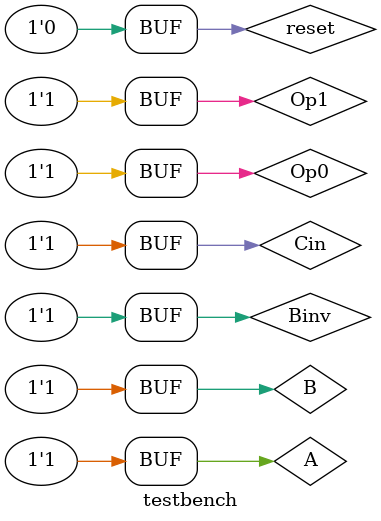
<source format=sv>
module testbench();
	// Place inputs here
	reg clk, reset, A, B, Op0, Op1, Cin, Binv;

	// Outputs
	wire Y0, Y1, Error, Zero;

	// A mycachecircuit instance
	proj3 ALU(clk, reset, A, B, Op0, Op1, Cin, Binv);

	// Test all combinations
	initial begin
		reset = 1; #100;
		reset = 0; 
		A = 0; B = 0; Op0 = 0; Op1 = 0; Cin = 0; Binv = 0; #500;  
		A = 0; B = 0; Op0 = 0; Op1 = 0; Cin = 0; Binv = 1; #500;
		A = 0; B = 0; Op0 = 0; Op1 = 0; Cin = 1; Binv = 0; #500;  
		A = 0; B = 0; Op0 = 0; Op1 = 0; Cin = 1; Binv = 1; #500;
		A = 0; B = 0; Op0 = 0; Op1 = 1; Cin = 0; Binv = 0; #800;  
		A = 0; B = 0; Op0 = 0; Op1 = 1; Cin = 0; Binv = 1; #800;
		A = 0; B = 0; Op0 = 0; Op1 = 1; Cin = 1; Binv = 0; #800;  
		A = 0; B = 0; Op0 = 0; Op1 = 1; Cin = 1; Binv = 1; #800;
		A = 0; B = 0; Op0 = 1; Op1 = 0; Cin = 0; Binv = 0; #700;  
		A = 0; B = 0; Op0 = 1; Op1 = 0; Cin = 0; Binv = 1; #700;
		A = 0; B = 0; Op0 = 1; Op1 = 0; Cin = 1; Binv = 0; #700;  
		A = 0; B = 0; Op0 = 1; Op1 = 0; Cin = 1; Binv = 1; #700;
		A = 0; B = 0; Op0 = 1; Op1 = 1; Cin = 0; Binv = 0; #300;  
		A = 0; B = 0; Op0 = 1; Op1 = 1; Cin = 0; Binv = 1; #300;
		A = 0; B = 0; Op0 = 1; Op1 = 1; Cin = 1; Binv = 0; #300;  
		A = 0; B = 0; Op0 = 1; Op1 = 1; Cin = 1; Binv = 1; #300;
		A = 0; B = 1; Op0 = 0; Op1 = 0; Cin = 0; Binv = 0; #500;  
		A = 0; B = 1; Op0 = 0; Op1 = 0; Cin = 0; Binv = 1; #500;
		A = 0; B = 1; Op0 = 0; Op1 = 0; Cin = 1; Binv = 0; #500;  
		A = 0; B = 1; Op0 = 0; Op1 = 0; Cin = 1; Binv = 1; #500;
		A = 0; B = 1; Op0 = 0; Op1 = 1; Cin = 0; Binv = 0; #900;  
		A = 0; B = 1; Op0 = 0; Op1 = 1; Cin = 0; Binv = 1; #900;
		A = 0; B = 1; Op0 = 0; Op1 = 1; Cin = 1; Binv = 0; #900;  
		A = 0; B = 1; Op0 = 0; Op1 = 1; Cin = 1; Binv = 1; #900;
		A = 0; B = 1; Op0 = 1; Op1 = 0; Cin = 0; Binv = 0; #700;  
		A = 0; B = 1; Op0 = 1; Op1 = 0; Cin = 0; Binv = 1; #700;
		A = 0; B = 1; Op0 = 1; Op1 = 0; Cin = 1; Binv = 0; #700;  
		A = 0; B = 1; Op0 = 1; Op1 = 0; Cin = 1; Binv = 1; #700;
		A = 0; B = 1; Op0 = 1; Op1 = 1; Cin = 0; Binv = 0; #300;  
		A = 0; B = 1; Op0 = 1; Op1 = 1; Cin = 0; Binv = 1; #300;
		A = 0; B = 1; Op0 = 1; Op1 = 1; Cin = 1; Binv = 0; #300;  
		A = 0; B = 1; Op0 = 1; Op1 = 1; Cin = 1; Binv = 1; #300;
		A = 1; B = 0; Op0 = 0; Op1 = 0; Cin = 0; Binv = 0; #700;  
		A = 1; B = 0; Op0 = 0; Op1 = 0; Cin = 0; Binv = 1; #700;
		A = 1; B = 0; Op0 = 0; Op1 = 0; Cin = 1; Binv = 0; #700;  
		A = 1; B = 0; Op0 = 0; Op1 = 0; Cin = 1; Binv = 1; #700;
		A = 1; B = 0; Op0 = 0; Op1 = 1; Cin = 0; Binv = 0; #800;  
		A = 1; B = 0; Op0 = 0; Op1 = 1; Cin = 0; Binv = 1; #800;
		A = 1; B = 0; Op0 = 0; Op1 = 1; Cin = 1; Binv = 0; #800;  
		A = 1; B = 0; Op0 = 0; Op1 = 1; Cin = 1; Binv = 1; #800;
		A = 1; B = 0; Op0 = 1; Op1 = 0; Cin = 0; Binv = 0; #500;  
		A = 1; B = 0; Op0 = 1; Op1 = 0; Cin = 0; Binv = 1; #500;  
		A = 1; B = 0; Op0 = 1; Op1 = 0; Cin = 1; Binv = 0; #500;  
		A = 1; B = 0; Op0 = 1; Op1 = 0; Cin = 1; Binv = 1; #500;  
		A = 1; B = 0; Op0 = 1; Op1 = 1; Cin = 0; Binv = 0; #300;  
		A = 1; B = 0; Op0 = 1; Op1 = 1; Cin = 0; Binv = 1; #300;
		A = 1; B = 0; Op0 = 1; Op1 = 1; Cin = 1; Binv = 0; #300;  
		A = 1; B = 0; Op0 = 1; Op1 = 1; Cin = 1; Binv = 1; #300;
		A = 1; B = 1; Op0 = 0; Op1 = 0; Cin = 0; Binv = 0; #700;  
		A = 1; B = 1; Op0 = 0; Op1 = 0; Cin = 0; Binv = 1; #700;
		A = 1; B = 1; Op0 = 0; Op1 = 0; Cin = 1; Binv = 0; #700;  
		A = 1; B = 1; Op0 = 0; Op1 = 0; Cin = 1; Binv = 1; #700;
		A = 1; B = 1; Op0 = 0; Op1 = 1; Cin = 0; Binv = 0; #800;  
		A = 1; B = 1; Op0 = 0; Op1 = 1; Cin = 0; Binv = 1; #900;
		A = 1; B = 1; Op0 = 0; Op1 = 1; Cin = 1; Binv = 0; #800;  
		A = 1; B = 1; Op0 = 0; Op1 = 1; Cin = 1; Binv = 1; #900;
		A = 1; B = 1; Op0 = 1; Op1 = 0; Cin = 0; Binv = 0; #500;  
		A = 1; B = 1; Op0 = 1; Op1 = 0; Cin = 0; Binv = 1; #500;
		A = 1; B = 1; Op0 = 1; Op1 = 0; Cin = 1; Binv = 0; #500;  
		A = 1; B = 1; Op0 = 1; Op1 = 0; Cin = 1; Binv = 1; #500;
		A = 1; B = 1; Op0 = 1; Op1 = 1; Cin = 0; Binv = 0; #300;  
		A = 1; B = 1; Op0 = 1; Op1 = 1; Cin = 0; Binv = 1; #300;
		A = 1; B = 1; Op0 = 1; Op1 = 1; Cin = 1; Binv = 0; #300;  
		A = 1; B = 1; Op0 = 1; Op1 = 1; Cin = 1; Binv = 1; #300;
	end

endmodule

</source>
